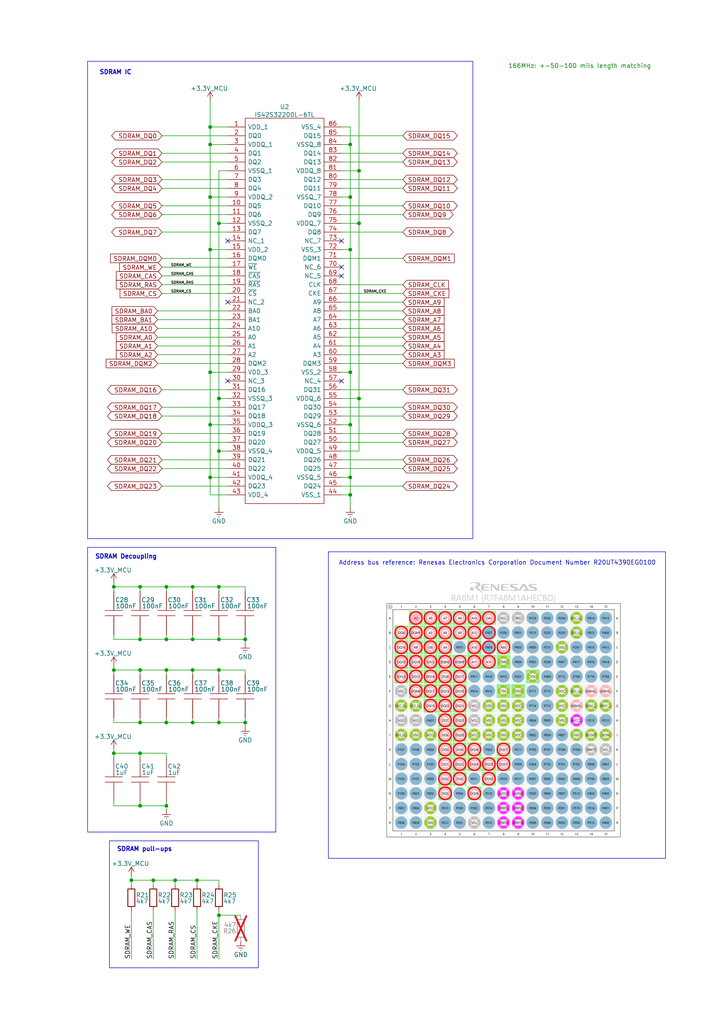
<source format=kicad_sch>
(kicad_sch (version 20231120) (generator "eeschema") (generator_version "8.0")
  (paper "A4" portrait)
  (lib_symbols
    (symbol "Device:R" (pin_numbers hide) (pin_names (offset 0))
      (property "Reference" "R" (at 2.032 0 90))
      (property "Value" "R" (at 0 0 90))
      (symbol "R_0_1"
        (rectangle (start -1.016 -2.54) (end 1.016 2.54) (stroke (width 0.254)))
      )
      (symbol "R_1_1"
        (pin passive line (at 0 3.81 270) (length 1.27) (name "~") (number "1"))
        (pin passive line (at 0 -3.81 90) (length 1.27) (name "~") (number "2"))
      )
    )
    (symbol "RA8M1:885012205092" (pin_numbers hide) (pin_names (offset 0.762))
      (property "Reference" "C" (at 8.89 6.35 0))
      (property "Value" "885012205092" (at 8.89 3.81 0))
      (symbol "885012205092_0_0"
        (pin passive line (at 0 0 0) (length 5.08) (name "~") (number "1"))
        (pin passive line (at 12.7 0 180) (length 5.08) (name "~") (number "2"))
      )
      (symbol "885012205092_0_1"
        (polyline (pts (xy 5.08 0) (xy 5.588 0)) (stroke (width 0.1524)))
        (polyline (pts (xy 5.588 2.54) (xy 5.588 -2.54)) (stroke (width 0.1524)))
        (polyline (pts (xy 7.112 0) (xy 7.62 0)) (stroke (width 0.1524)))
        (polyline (pts (xy 7.112 2.54) (xy 7.112 -2.54)) (stroke (width 0.1524)))
      )
    )
    (symbol "RA8M1:IS42S32200L-6TL" (pin_names (offset 0.762))
      (property "Reference" "IC" (at 29.21 7.62 0))
      (property "Value" "IS42S32200L-6TL" (at 29.21 5.08 0))
      (symbol "IS42S32200L-6TL_0_0"
        (pin passive line (at 0 0 0) (length 5.08) (name "VDD_1") (number "1"))
        (pin passive line (at 0 -22.86 0) (length 5.08) (name "DQ5") (number "10"))
        (pin passive line (at 0 -25.4 0) (length 5.08) (name "DQ6") (number "11"))
        (pin passive line (at 0 -27.94 0) (length 5.08) (name "VSSQ_2") (number "12"))
        (pin passive line (at 0 -30.48 0) (length 5.08) (name "DQ7") (number "13"))
        (pin passive line (at 0 -33.02 0) (length 5.08) (name "NC_1") (number "14"))
        (pin passive line (at 0 -35.56 0) (length 5.08) (name "VDD_2") (number "15"))
        (pin passive line (at 0 -38.1 0) (length 5.08) (name "DQM0") (number "16"))
        (pin passive line (at 0 -40.64 0) (length 5.08) (name "~{WE}") (number "17"))
        (pin passive line (at 0 -43.18 0) (length 5.08) (name "~{CAS}") (number "18"))
        (pin passive line (at 0 -45.72 0) (length 5.08) (name "~{RAS}") (number "19"))
        (pin passive line (at 0 -2.54 0) (length 5.08) (name "DQ0") (number "2"))
        (pin passive line (at 0 -48.26 0) (length 5.08) (name "~{CS}") (number "20"))
        (pin passive line (at 0 -50.8 0) (length 5.08) (name "NC_2") (number "21"))
        (pin passive line (at 0 -53.34 0) (length 5.08) (name "BA0") (number "22"))
        (pin passive line (at 0 -55.88 0) (length 5.08) (name "BA1") (number "23"))
        (pin passive line (at 0 -58.42 0) (length 5.08) (name "A10") (number "24"))
        (pin passive line (at 0 -60.96 0) (length 5.08) (name "A0") (number "25"))
        (pin passive line (at 0 -63.5 0) (length 5.08) (name "A1") (number "26"))
        (pin passive line (at 0 -66.04 0) (length 5.08) (name "A2") (number "27"))
        (pin passive line (at 0 -68.58 0) (length 5.08) (name "DQM2") (number "28"))
        (pin passive line (at 0 -71.12 0) (length 5.08) (name "VDD_3") (number "29"))
        (pin passive line (at 0 -5.08 0) (length 5.08) (name "VDDQ_1") (number "3"))
        (pin passive line (at 0 -73.66 0) (length 5.08) (name "NC_3") (number "30"))
        (pin passive line (at 0 -76.2 0) (length 5.08) (name "DQ16") (number "31"))
        (pin passive line (at 0 -78.74 0) (length 5.08) (name "VSSQ_3") (number "32"))
        (pin passive line (at 0 -81.28 0) (length 5.08) (name "DQ17") (number "33"))
        (pin passive line (at 0 -83.82 0) (length 5.08) (name "DQ18") (number "34"))
        (pin passive line (at 0 -86.36 0) (length 5.08) (name "VDDQ_3") (number "35"))
        (pin passive line (at 0 -88.9 0) (length 5.08) (name "DQ19") (number "36"))
        (pin passive line (at 0 -91.44 0) (length 5.08) (name "DQ20") (number "37"))
        (pin passive line (at 0 -93.98 0) (length 5.08) (name "VSSQ_4") (number "38"))
        (pin passive line (at 0 -96.52 0) (length 5.08) (name "DQ21") (number "39"))
        (pin passive line (at 0 -7.62 0) (length 5.08) (name "DQ1") (number "4"))
        (pin passive line (at 0 -99.06 0) (length 5.08) (name "DQ22") (number "40"))
        (pin passive line (at 0 -101.6 0) (length 5.08) (name "VDDQ_4") (number "41"))
        (pin passive line (at 0 -104.14 0) (length 5.08) (name "DQ23") (number "42"))
        (pin passive line (at 0 -106.68 0) (length 5.08) (name "VDD_4") (number "43"))
        (pin passive line (at 33.02 -106.68 180) (length 5.08) (name "VSS_1") (number "44"))
        (pin passive line (at 33.02 -104.14 180) (length 5.08) (name "DQ24") (number "45"))
        (pin passive line (at 33.02 -101.6 180) (length 5.08) (name "VSSQ_5") (number "46"))
        (pin passive line (at 33.02 -99.06 180) (length 5.08) (name "DQ25") (number "47"))
        (pin passive line (at 33.02 -96.52 180) (length 5.08) (name "DQ26") (number "48"))
        (pin passive line (at 33.02 -93.98 180) (length 5.08) (name "VDDQ_5") (number "49"))
        (pin passive line (at 0 -10.16 0) (length 5.08) (name "DQ2") (number "5"))
        (pin passive line (at 33.02 -91.44 180) (length 5.08) (name "DQ27") (number "50"))
        (pin passive line (at 33.02 -88.9 180) (length 5.08) (name "DQ28") (number "51"))
        (pin passive line (at 33.02 -86.36 180) (length 5.08) (name "VSSQ_6") (number "52"))
        (pin passive line (at 33.02 -83.82 180) (length 5.08) (name "DQ29") (number "53"))
        (pin passive line (at 33.02 -81.28 180) (length 5.08) (name "DQ30") (number "54"))
        (pin passive line (at 33.02 -78.74 180) (length 5.08) (name "VDDQ_6") (number "55"))
        (pin passive line (at 33.02 -76.2 180) (length 5.08) (name "DQ31") (number "56"))
        (pin passive line (at 33.02 -73.66 180) (length 5.08) (name "NC_4") (number "57"))
        (pin passive line (at 33.02 -71.12 180) (length 5.08) (name "VSS_2") (number "58"))
        (pin passive line (at 33.02 -68.58 180) (length 5.08) (name "DQM3") (number "59"))
        (pin passive line (at 0 -12.7 0) (length 5.08) (name "VSSQ_1") (number "6"))
        (pin passive line (at 33.02 -66.04 180) (length 5.08) (name "A3") (number "60"))
        (pin passive line (at 33.02 -63.5 180) (length 5.08) (name "A4") (number "61"))
        (pin passive line (at 33.02 -60.96 180) (length 5.08) (name "A5") (number "62"))
        (pin passive line (at 33.02 -58.42 180) (length 5.08) (name "A6") (number "63"))
        (pin passive line (at 33.02 -55.88 180) (length 5.08) (name "A7") (number "64"))
        (pin passive line (at 33.02 -53.34 180) (length 5.08) (name "A8") (number "65"))
        (pin passive line (at 33.02 -50.8 180) (length 5.08) (name "A9") (number "66"))
        (pin passive line (at 33.02 -48.26 180) (length 5.08) (name "CKE") (number "67"))
        (pin passive line (at 33.02 -45.72 180) (length 5.08) (name "CLK") (number "68"))
        (pin passive line (at 33.02 -43.18 180) (length 5.08) (name "NC_5") (number "69"))
        (pin passive line (at 0 -15.24 0) (length 5.08) (name "DQ3") (number "7"))
        (pin passive line (at 33.02 -40.64 180) (length 5.08) (name "NC_6") (number "70"))
        (pin passive line (at 33.02 -38.1 180) (length 5.08) (name "DQM1") (number "71"))
        (pin passive line (at 33.02 -35.56 180) (length 5.08) (name "VSS_3") (number "72"))
        (pin passive line (at 33.02 -33.02 180) (length 5.08) (name "NC_7") (number "73"))
        (pin passive line (at 33.02 -30.48 180) (length 5.08) (name "DQ8") (number "74"))
        (pin passive line (at 33.02 -27.94 180) (length 5.08) (name "VDDQ_7") (number "75"))
        (pin passive line (at 33.02 -25.4 180) (length 5.08) (name "DQ9") (number "76"))
        (pin passive line (at 33.02 -22.86 180) (length 5.08) (name "DQ10") (number "77"))
        (pin passive line (at 33.02 -20.32 180) (length 5.08) (name "VSSQ_7") (number "78"))
        (pin passive line (at 33.02 -17.78 180) (length 5.08) (name "DQ11") (number "79"))
        (pin passive line (at 0 -17.78 0) (length 5.08) (name "DQ4") (number "8"))
        (pin passive line (at 33.02 -15.24 180) (length 5.08) (name "DQ12") (number "80"))
        (pin passive line (at 33.02 -12.7 180) (length 5.08) (name "VDDQ_8") (number "81"))
        (pin passive line (at 33.02 -10.16 180) (length 5.08) (name "DQ13") (number "82"))
        (pin passive line (at 33.02 -7.62 180) (length 5.08) (name "DQ14") (number "83"))
        (pin passive line (at 33.02 -5.08 180) (length 5.08) (name "VSSQ_8") (number "84"))
        (pin passive line (at 33.02 -2.54 180) (length 5.08) (name "DQ15") (number "85"))
        (pin passive line (at 33.02 0 180) (length 5.08) (name "VSS_4") (number "86"))
        (pin passive line (at 0 -20.32 0) (length 5.08) (name "VDDQ_2") (number "9"))
      )
      (symbol "IS42S32200L-6TL_0_1"
        (polyline (pts (xy 5.08 2.54) (xy 27.94 2.54) (xy 27.94 -109.22) (xy 5.08 -109.22) (xy 5.08 2.54)) (stroke (width 0.1524)))
      )
    )
    (symbol "power:+3.3V" (power) (pin_numbers hide) (pin_names (offset 0) hide)
      (property "Value" "+3.3V" (at 0 3.556 0))
      (symbol "+3.3V_0_1"
        (polyline (pts (xy -0.762 1.27) (xy 0 2.54)))
        (polyline (pts (xy 0 0) (xy 0 2.54)))
        (polyline (pts (xy 0 2.54) (xy 0.762 1.27)))
      )
      (symbol "+3.3V_1_1"
        (pin power_in line (at 0 0 90) (length 0) (name "~") (number "1"))
      )
    )
    (symbol "power:Earth" (power) (pin_numbers hide) (pin_names (offset 0) hide)
      (property "Value" "Earth" (at 0 -3.81 0))
      (symbol "Earth_0_1"
        (polyline (pts (xy -0.635 -1.905) (xy 0.635 -1.905)))
        (polyline (pts (xy -0.127 -2.54) (xy 0.127 -2.54)))
        (polyline (pts (xy 0 -1.27) (xy 0 0)))
        (polyline (pts (xy 1.27 -1.27) (xy -1.27 -1.27)))
      )
      (symbol "Earth_1_1"
        (pin power_in line (at 0 0 270) (length 0) (name "~") (number "1"))
      )
    )
  )
  (junction (at 40.64 209.55))
  (junction (at 101.6 41.91))
  (junction (at 60.96 41.91))
  (junction (at 104.14 115.57))
  (junction (at 71.12 209.55))
  (junction (at 60.96 123.19))
  (junction (at 101.6 72.39))
  (junction (at 104.14 49.53))
  (junction (at 63.5 209.55))
  (junction (at 101.6 57.15))
  (junction (at 104.14 64.77))
  (junction (at 40.64 170.18))
  (junction (at 60.96 57.15))
  (junction (at 48.26 185.42))
  (junction (at 38.1 255.27))
  (junction (at 55.88 170.18))
  (junction (at 33.02 170.18))
  (junction (at 33.02 218.44))
  (junction (at 101.6 138.43))
  (junction (at 101.6 123.19))
  (junction (at 48.26 209.55))
  (junction (at 44.45 255.27))
  (junction (at 63.5 64.77))
  (junction (at 63.5 115.57))
  (junction (at 40.64 218.44))
  (junction (at 60.96 36.83))
  (junction (at 60.96 107.95))
  (junction (at 60.96 138.43))
  (junction (at 63.5 185.42))
  (junction (at 48.26 233.68))
  (junction (at 57.15 255.27))
  (junction (at 101.6 143.51))
  (junction (at 33.02 194.31))
  (junction (at 48.26 170.18))
  (junction (at 55.88 194.31))
  (junction (at 55.88 209.55))
  (junction (at 101.6 107.95))
  (junction (at 63.5 194.31))
  (junction (at 55.88 185.42))
  (junction (at 71.12 185.42))
  (junction (at 63.5 170.18))
  (junction (at 40.64 185.42))
  (junction (at 63.5 130.81))
  (junction (at 63.5 265.43))
  (junction (at 40.64 233.68))
  (junction (at 50.8 255.27))
  (junction (at 40.64 194.31))
  (junction (at 60.96 72.39))
  (junction (at 48.26 194.31))
  (no_connect (at 99.06 77.47))
  (no_connect (at 99.06 110.49))
  (no_connect (at 66.04 69.85))
  (no_connect (at 66.04 87.63))
  (no_connect (at 99.06 80.01))
  (no_connect (at 99.06 69.85))
  (no_connect (at 66.04 110.49))
  (wire (pts (xy 55.88 194.31) (xy 55.88 195.58)))
  (wire (pts (xy 40.64 194.31) (xy 48.26 194.31)))
  (wire (pts (xy 99.06 105.41) (xy 116.84 105.41)))
  (wire (pts (xy 46.99 133.35) (xy 66.04 133.35)))
  (wire (pts (xy 101.6 143.51) (xy 101.6 147.32)))
  (wire (pts (xy 99.06 113.03) (xy 116.84 113.03)))
  (wire (pts (xy 55.88 184.15) (xy 55.88 185.42)))
  (wire (pts (xy 45.72 100.33) (xy 66.04 100.33)))
  (wire (pts (xy 40.64 233.68) (xy 33.02 233.68)))
  (wire (pts (xy 60.96 123.19) (xy 60.96 138.43)))
  (wire (pts (xy 33.02 195.58) (xy 33.02 194.31)))
  (wire (pts (xy 99.06 59.69) (xy 116.84 59.69)))
  (wire (pts (xy 46.99 128.27) (xy 66.04 128.27)))
  (wire (pts (xy 38.1 254) (xy 38.1 255.27)))
  (wire (pts (xy 63.5 194.31) (xy 63.5 195.58)))
  (wire (pts (xy 63.5 130.81) (xy 63.5 115.57)))
  (wire (pts (xy 45.72 97.79) (xy 66.04 97.79)))
  (wire (pts (xy 104.14 49.53) (xy 104.14 64.77)))
  (wire (pts (xy 46.99 85.09) (xy 66.04 85.09)))
  (wire (pts (xy 60.96 41.91) (xy 66.04 41.91)))
  (wire (pts (xy 46.99 120.65) (xy 66.04 120.65)))
  (wire (pts (xy 44.45 255.27) (xy 50.8 255.27)))
  (wire (pts (xy 40.64 209.55) (xy 48.26 209.55)))
  (wire (pts (xy 33.02 168.91) (xy 33.02 170.18)))
  (wire (pts (xy 63.5 130.81) (xy 63.5 147.32)))
  (wire (pts (xy 57.15 255.27) (xy 63.5 255.27)))
  (wire (pts (xy 66.04 49.53) (xy 63.5 49.53)))
  (wire (pts (xy 55.88 209.55) (xy 63.5 209.55)))
  (wire (pts (xy 46.99 62.23) (xy 66.04 62.23)))
  (wire (pts (xy 71.12 194.31) (xy 71.12 195.58)))
  (wire (pts (xy 101.6 36.83) (xy 101.6 41.91)))
  (wire (pts (xy 55.88 170.18) (xy 55.88 171.45)))
  (wire (pts (xy 60.96 123.19) (xy 66.04 123.19)))
  (wire (pts (xy 45.72 102.87) (xy 66.04 102.87)))
  (wire (pts (xy 63.5 255.27) (xy 63.5 256.54)))
  (wire (pts (xy 99.06 140.97) (xy 116.84 140.97)))
  (wire (pts (xy 104.14 64.77) (xy 104.14 115.57)))
  (wire (pts (xy 57.15 255.27) (xy 57.15 256.54)))
  (wire (pts (xy 48.26 194.31) (xy 48.26 195.58)))
  (wire (pts (xy 55.88 194.31) (xy 63.5 194.31)))
  (wire (pts (xy 99.06 102.87) (xy 116.84 102.87)))
  (wire (pts (xy 33.02 232.41) (xy 33.02 233.68)))
  (wire (pts (xy 66.04 36.83) (xy 60.96 36.83)))
  (wire (pts (xy 33.02 194.31) (xy 40.64 194.31)))
  (wire (pts (xy 46.99 52.07) (xy 66.04 52.07)))
  (wire (pts (xy 99.06 82.55) (xy 116.84 82.55)))
  (wire (pts (xy 40.64 218.44) (xy 40.64 219.71)))
  (wire (pts (xy 46.99 39.37) (xy 66.04 39.37)))
  (wire (pts (xy 44.45 278.13) (xy 44.45 264.16)))
  (wire (pts (xy 99.06 44.45) (xy 116.84 44.45)))
  (wire (pts (xy 38.1 264.16) (xy 38.1 278.13)))
  (wire (pts (xy 63.5 170.18) (xy 63.5 171.45)))
  (wire (pts (xy 63.5 170.18) (xy 71.12 170.18)))
  (wire (pts (xy 99.06 95.25) (xy 116.84 95.25)))
  (wire (pts (xy 63.5 115.57) (xy 63.5 64.77)))
  (wire (pts (xy 48.26 208.28) (xy 48.26 209.55)))
  (wire (pts (xy 48.26 233.68) (xy 40.64 233.68)))
  (wire (pts (xy 101.6 123.19) (xy 101.6 138.43)))
  (wire (pts (xy 99.06 85.09) (xy 116.84 85.09)))
  (wire (pts (xy 66.04 130.81) (xy 63.5 130.81)))
  (wire (pts (xy 99.06 54.61) (xy 116.84 54.61)))
  (wire (pts (xy 48.26 218.44) (xy 48.26 219.71)))
  (wire (pts (xy 55.88 170.18) (xy 63.5 170.18)))
  (wire (pts (xy 33.02 218.44) (xy 33.02 219.71)))
  (wire (pts (xy 101.6 72.39) (xy 101.6 107.95)))
  (wire (pts (xy 33.02 170.18) (xy 40.64 170.18)))
  (wire (pts (xy 104.14 115.57) (xy 99.06 115.57)))
  (wire (pts (xy 99.06 135.89) (xy 116.84 135.89)))
  (wire (pts (xy 63.5 49.53) (xy 63.5 64.77)))
  (wire (pts (xy 60.96 138.43) (xy 60.96 143.51)))
  (wire (pts (xy 99.06 57.15) (xy 101.6 57.15)))
  (wire (pts (xy 104.14 64.77) (xy 99.06 64.77)))
  (wire (pts (xy 99.06 130.81) (xy 104.14 130.81)))
  (wire (pts (xy 50.8 255.27) (xy 50.8 256.54)))
  (wire (pts (xy 48.26 184.15) (xy 48.26 185.42)))
  (wire (pts (xy 60.96 72.39) (xy 60.96 107.95)))
  (wire (pts (xy 99.06 87.63) (xy 116.84 87.63)))
  (wire (pts (xy 33.02 208.28) (xy 33.02 209.55)))
  (wire (pts (xy 44.45 255.27) (xy 44.45 256.54)))
  (wire (pts (xy 71.12 208.28) (xy 71.12 209.55)))
  (wire (pts (xy 60.96 107.95) (xy 66.04 107.95)))
  (wire (pts (xy 63.5 208.28) (xy 63.5 209.55)))
  (wire (pts (xy 99.06 120.65) (xy 116.84 120.65)))
  (wire (pts (xy 99.06 36.83) (xy 101.6 36.83)))
  (wire (pts (xy 48.26 170.18) (xy 48.26 171.45)))
  (wire (pts (xy 55.88 185.42) (xy 63.5 185.42)))
  (wire (pts (xy 99.06 41.91) (xy 101.6 41.91)))
  (wire (pts (xy 101.6 107.95) (xy 101.6 123.19)))
  (wire (pts (xy 33.02 209.55) (xy 40.64 209.55)))
  (wire (pts (xy 45.72 95.25) (xy 66.04 95.25)))
  (wire (pts (xy 99.06 92.71) (xy 116.84 92.71)))
  (wire (pts (xy 60.96 72.39) (xy 66.04 72.39)))
  (wire (pts (xy 48.26 209.55) (xy 55.88 209.55)))
  (wire (pts (xy 40.64 232.41) (xy 40.64 233.68)))
  (wire (pts (xy 99.06 118.11) (xy 116.84 118.11)))
  (wire (pts (xy 50.8 255.27) (xy 57.15 255.27)))
  (wire (pts (xy 63.5 184.15) (xy 63.5 185.42)))
  (wire (pts (xy 50.8 278.13) (xy 50.8 264.16)))
  (wire (pts (xy 63.5 264.16) (xy 63.5 265.43)))
  (wire (pts (xy 33.02 185.42) (xy 40.64 185.42)))
  (wire (pts (xy 104.14 29.21) (xy 104.14 49.53)))
  (wire (pts (xy 45.72 92.71) (xy 66.04 92.71)))
  (wire (pts (xy 46.99 59.69) (xy 66.04 59.69)))
  (wire (pts (xy 99.06 123.19) (xy 101.6 123.19)))
  (wire (pts (xy 63.5 194.31) (xy 71.12 194.31)))
  (wire (pts (xy 71.12 184.15) (xy 71.12 185.42)))
  (wire (pts (xy 48.26 194.31) (xy 55.88 194.31)))
  (wire (pts (xy 46.99 80.01) (xy 66.04 80.01)))
  (wire (pts (xy 101.6 138.43) (xy 101.6 143.51)))
  (wire (pts (xy 33.02 218.44) (xy 40.64 218.44)))
  (wire (pts (xy 99.06 74.93) (xy 116.84 74.93)))
  (wire (pts (xy 99.06 52.07) (xy 116.84 52.07)))
  (wire (pts (xy 46.99 135.89) (xy 66.04 135.89)))
  (wire (pts (xy 60.96 57.15) (xy 60.96 72.39)))
  (wire (pts (xy 33.02 217.17) (xy 33.02 218.44)))
  (wire (pts (xy 60.96 36.83) (xy 60.96 41.91)))
  (wire (pts (xy 48.26 232.41) (xy 48.26 233.68)))
  (wire (pts (xy 46.99 46.99) (xy 66.04 46.99)))
  (wire (pts (xy 63.5 115.57) (xy 66.04 115.57)))
  (wire (pts (xy 101.6 41.91) (xy 101.6 57.15)))
  (wire (pts (xy 99.06 133.35) (xy 116.84 133.35)))
  (wire (pts (xy 46.99 82.55) (xy 66.04 82.55)))
  (wire (pts (xy 99.06 39.37) (xy 116.84 39.37)))
  (wire (pts (xy 60.96 143.51) (xy 66.04 143.51)))
  (wire (pts (xy 63.5 265.43) (xy 63.5 278.13)))
  (wire (pts (xy 63.5 209.55) (xy 71.12 209.55)))
  (wire (pts (xy 99.06 128.27) (xy 116.84 128.27)))
  (wire (pts (xy 46.99 77.47) (xy 66.04 77.47)))
  (wire (pts (xy 46.99 113.03) (xy 66.04 113.03)))
  (wire (pts (xy 99.06 67.31) (xy 116.84 67.31)))
  (wire (pts (xy 46.99 44.45) (xy 66.04 44.45)))
  (wire (pts (xy 101.6 143.51) (xy 99.06 143.51)))
  (wire (pts (xy 60.96 29.21) (xy 60.96 36.83)))
  (wire (pts (xy 40.64 184.15) (xy 40.64 185.42)))
  (wire (pts (xy 33.02 184.15) (xy 33.02 185.42)))
  (wire (pts (xy 104.14 130.81) (xy 104.14 115.57)))
  (wire (pts (xy 40.64 194.31) (xy 40.64 195.58)))
  (wire (pts (xy 60.96 57.15) (xy 66.04 57.15)))
  (wire (pts (xy 40.64 170.18) (xy 48.26 170.18)))
  (wire (pts (xy 46.99 54.61) (xy 66.04 54.61)))
  (wire (pts (xy 48.26 170.18) (xy 55.88 170.18)))
  (wire (pts (xy 99.06 97.79) (xy 116.84 97.79)))
  (wire (pts (xy 99.06 49.53) (xy 104.14 49.53)))
  (wire (pts (xy 33.02 193.04) (xy 33.02 194.31)))
  (wire (pts (xy 46.99 74.93) (xy 66.04 74.93)))
  (wire (pts (xy 99.06 72.39) (xy 101.6 72.39)))
  (wire (pts (xy 71.12 170.18) (xy 71.12 171.45)))
  (wire (pts (xy 71.12 185.42) (xy 71.12 186.69)))
  (wire (pts (xy 99.06 62.23) (xy 116.84 62.23)))
  (wire (pts (xy 99.06 46.99) (xy 116.84 46.99)))
  (wire (pts (xy 48.26 185.42) (xy 55.88 185.42)))
  (wire (pts (xy 60.96 107.95) (xy 60.96 123.19)))
  (wire (pts (xy 38.1 255.27) (xy 44.45 255.27)))
  (wire (pts (xy 57.15 278.13) (xy 57.15 264.16)))
  (wire (pts (xy 63.5 185.42) (xy 71.12 185.42)))
  (wire (pts (xy 101.6 57.15) (xy 101.6 72.39)))
  (wire (pts (xy 45.72 90.17) (xy 66.04 90.17)))
  (wire (pts (xy 99.06 107.95) (xy 101.6 107.95)))
  (wire (pts (xy 99.06 125.73) (xy 116.84 125.73)))
  (wire (pts (xy 71.12 209.55) (xy 71.12 210.82)))
  (wire (pts (xy 99.06 138.43) (xy 101.6 138.43)))
  (wire (pts (xy 63.5 265.43) (xy 69.85 265.43)))
  (wire (pts (xy 40.64 208.28) (xy 40.64 209.55)))
  (wire (pts (xy 60.96 138.43) (xy 66.04 138.43)))
  (wire (pts (xy 63.5 64.77) (xy 66.04 64.77)))
  (wire (pts (xy 46.99 140.97) (xy 66.04 140.97)))
  (wire (pts (xy 48.26 233.68) (xy 48.26 234.95)))
  (wire (pts (xy 46.99 125.73) (xy 66.04 125.73)))
  (wire (pts (xy 46.99 118.11) (xy 66.04 118.11)))
  (wire (pts (xy 60.96 41.91) (xy 60.96 57.15)))
  (wire (pts (xy 99.06 100.33) (xy 116.84 100.33)))
  (wire (pts (xy 45.72 105.41) (xy 66.04 105.41)))
  (wire (pts (xy 40.64 170.18) (xy 40.64 171.45)))
  (wire (pts (xy 99.06 90.17) (xy 116.84 90.17)))
  (wire (pts (xy 55.88 208.28) (xy 55.88 209.55)))
  (wire (pts (xy 33.02 171.45) (xy 33.02 170.18)))
  (wire (pts (xy 40.64 218.44) (xy 48.26 218.44)))
  (wire (pts (xy 38.1 256.54) (xy 38.1 255.27)))
  (wire (pts (xy 40.64 185.42) (xy 48.26 185.42)))
  (wire (pts (xy 46.99 67.31) (xy 66.04 67.31)))
  (rectangle (start 25.4 158.75) (end 80.01 241.3))
  (rectangle (start 25.4 17.78) (end 137.16 156.21))
  (rectangle (start 95.25 160.02) (end 193.04 248.92))
  (rectangle (start 31.75 243.84) (end 74.93 280.67))
  (image (at 146.05 205.74) (scale 0.878057))
  (text "SDRAM pull-ups" (at 41.91 246.38 0) (effects (font (size 1.27 1.27) (thickness 0.254) (bold yes))))
  (text "SDRAM Decoupling" (at 36.576 161.544 0) (effects (font (size 1.27 1.27) (thickness 0.254) (bold yes))))
  (text "SDRAM IC" (at 33.528 21.082 0) (effects (font (size 1.27 1.27) (thickness 0.254) (bold yes))))
  (text "Address bus reference: Renesas Electronics Corporation Document Number R20UT4390EG0100" (at 144.272 163.322 0) (effects (font (size 1.27 1.27))))
  (text "166MHz: +-50-100 mils length matching" (at 168.148 19.304 0) (effects (font (size 1.27 1.27))))
  (label "SDRAM_RAS" (at 50.8 278.13 90))
  (label "SDRAM_WE" (at 49.53 77.47 0) (effects (font (size 0.762 0.762))))
  (label "SDRAM_CKE" (at 63.5 278.13 90))
  (label "SDRAM_CS" (at 57.15 278.13 90))
  (label "SDRAM_CKE" (at 105.41 85.09 0) (effects (font (size 0.762 0.762))))
  (label "SDRAM_CAS" (at 44.45 278.13 90))
  (label "SDRAM_WE" (at 38.1 278.13 90))
  (label "SDRAM_CS" (at 49.53 85.09 0) (effects (font (size 0.762 0.762))))
  (label "SDRAM_RAS" (at 49.53 82.55 0) (effects (font (size 0.762 0.762))))
  (label "SDRAM_CAS" (at 49.53 80.01 0) (effects (font (size 0.762 0.762))))
  (global_label "SDRAM_DQ0" (shape bidirectional) (at 46.99 39.37 180) (property "Intersheetrefs" "${INTERSHEET_REFS}" (effects (hide yes))))
  (global_label "SDRAM_DQ21" (shape bidirectional) (at 46.99 133.35 180) (property "Intersheetrefs" "${INTERSHEET_REFS}" (effects (hide yes))))
  (global_label "SDRAM_DQ10" (shape bidirectional) (at 116.84 59.69 0) (property "Intersheetrefs" "${INTERSHEET_REFS}" (effects (hide yes))))
  (global_label "SDRAM_DQ25" (shape bidirectional) (at 116.84 135.89 0) (property "Intersheetrefs" "${INTERSHEET_REFS}" (effects (hide yes))))
  (global_label "SDRAM_DQ23" (shape bidirectional) (at 46.99 140.97 180) (property "Intersheetrefs" "${INTERSHEET_REFS}" (effects (hide yes))))
  (global_label "SDRAM_A10" (shape input) (at 45.72 95.25 180) (property "Intersheetrefs" "${INTERSHEET_REFS}" (effects (hide yes))))
  (global_label "SDRAM_A2" (shape input) (at 45.72 102.87 180) (property "Intersheetrefs" "${INTERSHEET_REFS}" (effects (hide yes))))
  (global_label "SDRAM_DQM0" (shape input) (at 46.99 74.93 180) (property "Intersheetrefs" "${INTERSHEET_REFS}" (effects (hide yes))))
  (global_label "SDRAM_DQM3" (shape input) (at 116.84 105.41 0) (property "Intersheetrefs" "${INTERSHEET_REFS}" (effects (hide yes))))
  (global_label "SDRAM_DQ20" (shape bidirectional) (at 46.99 128.27 180) (property "Intersheetrefs" "${INTERSHEET_REFS}" (effects (hide yes))))
  (global_label "SDRAM_DQ27" (shape bidirectional) (at 116.84 128.27 0) (property "Intersheetrefs" "${INTERSHEET_REFS}" (effects (hide yes))))
  (global_label "SDRAM_DQ19" (shape bidirectional) (at 46.99 125.73 180) (property "Intersheetrefs" "${INTERSHEET_REFS}" (effects (hide yes))))
  (global_label "SDRAM_DQ30" (shape bidirectional) (at 116.84 118.11 0) (property "Intersheetrefs" "${INTERSHEET_REFS}" (effects (hide yes))))
  (global_label "SDRAM_DQ1" (shape bidirectional) (at 46.99 44.45 180) (property "Intersheetrefs" "${INTERSHEET_REFS}" (effects (hide yes))))
  (global_label "SDRAM_DQ8" (shape bidirectional) (at 116.84 67.31 0) (property "Intersheetrefs" "${INTERSHEET_REFS}" (effects (hide yes))))
  (global_label "SDRAM_DQ6" (shape bidirectional) (at 46.99 62.23 180) (property "Intersheetrefs" "${INTERSHEET_REFS}" (effects (hide yes))))
  (global_label "SDRAM_DQ22" (shape bidirectional) (at 46.99 135.89 180) (property "Intersheetrefs" "${INTERSHEET_REFS}" (effects (hide yes))))
  (global_label "SDRAM_DQM1" (shape input) (at 116.84 74.93 0) (property "Intersheetrefs" "${INTERSHEET_REFS}" (effects (hide yes))))
  (global_label "SDRAM_A7" (shape input) (at 116.84 92.71 0) (property "Intersheetrefs" "${INTERSHEET_REFS}" (effects (hide yes))))
  (global_label "SDRAM_DQ24" (shape bidirectional) (at 116.84 140.97 0) (property "Intersheetrefs" "${INTERSHEET_REFS}" (effects (hide yes))))
  (global_label "SDRAM_DQ16" (shape bidirectional) (at 46.99 113.03 180) (property "Intersheetrefs" "${INTERSHEET_REFS}" (effects (hide yes))))
  (global_label "SDRAM_CS" (shape input) (at 46.99 85.09 180) (property "Intersheetrefs" "${INTERSHEET_REFS}" (effects (hide yes))))
  (global_label "SDRAM_DQ14" (shape bidirectional) (at 116.84 44.45 0) (property "Intersheetrefs" "${INTERSHEET_REFS}" (effects (hide yes))))
  (global_label "SDRAM_A6" (shape input) (at 116.84 95.25 0) (property "Intersheetrefs" "${INTERSHEET_REFS}" (effects (hide yes))))
  (global_label "SDRAM_A9" (shape input) (at 116.84 87.63 0) (property "Intersheetrefs" "${INTERSHEET_REFS}" (effects (hide yes))))
  (global_label "SDRAM_WE" (shape input) (at 46.99 77.47 180) (property "Intersheetrefs" "${INTERSHEET_REFS}" (effects (hide yes))))
  (global_label "SDRAM_DQ28" (shape bidirectional) (at 116.84 125.73 0) (property "Intersheetrefs" "${INTERSHEET_REFS}" (effects (hide yes))))
  (global_label "SDRAM_BA0" (shape input) (at 45.72 90.17 180) (property "Intersheetrefs" "${INTERSHEET_REFS}" (effects (hide yes))))
  (global_label "SDRAM_DQ13" (shape bidirectional) (at 116.84 46.99 0) (property "Intersheetrefs" "${INTERSHEET_REFS}" (effects (hide yes))))
  (global_label "SDRAM_DQ12" (shape bidirectional) (at 116.84 52.07 0) (property "Intersheetrefs" "${INTERSHEET_REFS}" (effects (hide yes))))
  (global_label "SDRAM_DQ26" (shape bidirectional) (at 116.84 133.35 0) (property "Intersheetrefs" "${INTERSHEET_REFS}" (effects (hide yes))))
  (global_label "SDRAM_DQ17" (shape bidirectional) (at 46.99 118.11 180) (property "Intersheetrefs" "${INTERSHEET_REFS}" (effects (hide yes))))
  (global_label "SDRAM_DQ4" (shape bidirectional) (at 46.99 54.61 180) (property "Intersheetrefs" "${INTERSHEET_REFS}" (effects (hide yes))))
  (global_label "SDRAM_DQ7" (shape bidirectional) (at 46.99 67.31 180) (property "Intersheetrefs" "${INTERSHEET_REFS}" (effects (hide yes))))
  (global_label "SDRAM_CKE" (shape input) (at 116.84 85.09 0) (property "Intersheetrefs" "${INTERSHEET_REFS}" (effects (hide yes))))
  (global_label "SDRAM_DQ18" (shape bidirectional) (at 46.99 120.65 180) (property "Intersheetrefs" "${INTERSHEET_REFS}" (effects (hide yes))))
  (global_label "SDRAM_BA1" (shape input) (at 45.72 92.71 180) (property "Intersheetrefs" "${INTERSHEET_REFS}" (effects (hide yes))))
  (global_label "SDRAM_DQM2" (shape input) (at 45.72 105.41 180) (property "Intersheetrefs" "${INTERSHEET_REFS}" (effects (hide yes))))
  (global_label "SDRAM_A3" (shape input) (at 116.84 102.87 0) (property "Intersheetrefs" "${INTERSHEET_REFS}" (effects (hide yes))))
  (global_label "SDRAM_DQ2" (shape bidirectional) (at 46.99 46.99 180) (property "Intersheetrefs" "${INTERSHEET_REFS}" (effects (hide yes))))
  (global_label "SDRAM_RAS" (shape input) (at 46.99 82.55 180) (property "Intersheetrefs" "${INTERSHEET_REFS}" (effects (hide yes))))
  (global_label "SDRAM_DQ3" (shape bidirectional) (at 46.99 52.07 180) (property "Intersheetrefs" "${INTERSHEET_REFS}" (effects (hide yes))))
  (global_label "SDRAM_A5" (shape input) (at 116.84 97.79 0) (property "Intersheetrefs" "${INTERSHEET_REFS}" (effects (hide yes))))
  (global_label "SDRAM_DQ29" (shape bidirectional) (at 116.84 120.65 0) (property "Intersheetrefs" "${INTERSHEET_REFS}" (effects (hide yes))))
  (global_label "SDRAM_A8" (shape input) (at 116.84 90.17 0) (property "Intersheetrefs" "${INTERSHEET_REFS}" (effects (hide yes))))
  (global_label "SDRAM_A0" (shape input) (at 45.72 97.79 180) (property "Intersheetrefs" "${INTERSHEET_REFS}" (effects (hide yes))))
  (global_label "SDRAM_DQ31" (shape bidirectional) (at 116.84 113.03 0) (property "Intersheetrefs" "${INTERSHEET_REFS}" (effects (hide yes))))
  (global_label "SDRAM_DQ9" (shape bidirectional) (at 116.84 62.23 0) (property "Intersheetrefs" "${INTERSHEET_REFS}" (effects (hide yes))))
  (global_label "SDRAM_CAS" (shape input) (at 46.99 80.01 180) (property "Intersheetrefs" "${INTERSHEET_REFS}" (effects (hide yes))))
  (global_label "SDRAM_CLK" (shape input) (at 116.84 82.55 0) (property "Intersheetrefs" "${INTERSHEET_REFS}" (effects (hide yes))))
  (global_label "SDRAM_DQ15" (shape bidirectional) (at 116.84 39.37 0) (property "Intersheetrefs" "${INTERSHEET_REFS}" (effects (hide yes))))
  (global_label "SDRAM_DQ5" (shape bidirectional) (at 46.99 59.69 180) (property "Intersheetrefs" "${INTERSHEET_REFS}" (effects (hide yes))))
  (global_label "SDRAM_A4" (shape input) (at 116.84 100.33 0) (property "Intersheetrefs" "${INTERSHEET_REFS}" (effects (hide yes))))
  (global_label "SDRAM_A1" (shape input) (at 45.72 100.33 180) (property "Intersheetrefs" "${INTERSHEET_REFS}" (effects (hide yes))))
  (global_label "SDRAM_DQ11" (shape bidirectional) (at 116.84 54.61 0) (property "Intersheetrefs" "${INTERSHEET_REFS}" (effects (hide yes))))
  (symbol (lib_id "RA8M1:885012205092") (at 71.12 184.15 90) (unit 1)
    (property "Reference" "C33" (at 73.406 173.99 90))
    (property "Value" "100nF" (at 74.676 175.768 90))
    (property "Footprint" "Capacitor_SMD:C_0402_1005Metric" (effects (hide yes)))
    (property "Height" "0.7" (effects (hide yes)))
    (property "Manufacturer" "Wurth Elektronik" (effects (hide yes)))
    (property "MPN" "885012205092" (effects (hide yes)))
  )
  (symbol (lib_id "RA8M1:885012205092") (at 33.02 232.41 90) (unit 1)
    (property "Reference" "C40" (at 35.306 222.25 90))
    (property "Value" "1uF" (at 35.306 224.028 90))
    (property "Footprint" "Capacitor_SMD:C_0402_1005Metric" (effects (hide yes)))
    (property "Height" "0.7" (effects (hide yes)))
    (property "Manufacturer" "Wurth Elektronik" (effects (hide yes)))
    (property "MPN" "885012105006" (effects (hide yes)))
  )
  (symbol (lib_id "RA8M1:885012205092") (at 55.88 208.28 90) (unit 1)
    (property "Reference" "C37" (at 58.166 198.12 90))
    (property "Value" "100nF" (at 59.436 199.898 90))
    (property "Footprint" "Capacitor_SMD:C_0402_1005Metric" (effects (hide yes)))
    (property "Height" "0.7" (effects (hide yes)))
    (property "Manufacturer" "Wurth Elektronik" (effects (hide yes)))
    (property "MPN" "885012205092" (effects (hide yes)))
  )
  (symbol (lib_id "RA8M1:885012205092") (at 40.64 208.28 90) (unit 1)
    (property "Reference" "C35" (at 42.926 198.12 90))
    (property "Value" "100nF" (at 44.196 199.898 90))
    (property "Footprint" "Capacitor_SMD:C_0402_1005Metric" (effects (hide yes)))
    (property "Height" "0.7" (effects (hide yes)))
    (property "Manufacturer" "Wurth Elektronik" (effects (hide yes)))
    (property "MPN" "885012205092" (effects (hide yes)))
  )
  (symbol (lib_id "RA8M1:885012205092") (at 55.88 184.15 90) (unit 1)
    (property "Reference" "C31" (at 58.166 173.99 90))
    (property "Value" "100nF" (at 59.436 175.768 90))
    (property "Footprint" "Capacitor_SMD:C_0402_1005Metric" (effects (hide yes)))
    (property "Height" "0.7" (effects (hide yes)))
    (property "Manufacturer" "Wurth Elektronik" (effects (hide yes)))
    (property "MPN" "885012205092" (effects (hide yes)))
  )
  (symbol (lib_id "RA8M1:885012205092") (at 33.02 184.15 90) (unit 1)
    (property "Reference" "C28" (at 35.306 173.99 90))
    (property "Value" "100nF" (at 36.576 175.768 90))
    (property "Footprint" "Capacitor_SMD:C_0402_1005Metric" (effects (hide yes)))
    (property "Height" "0.7" (effects (hide yes)))
    (property "Manufacturer" "Wurth Elektronik" (effects (hide yes)))
    (property "MPN" "885012205092" (effects (hide yes)))
  )
  (symbol (lib_id "RA8M1:IS42S32200L-6TL") (at 66.04 36.83 0) (unit 1)
    (property "Reference" "U2" (at 82.55 30.988 0))
    (property "Value" "IS42S32200L-6TL" (at 82.55 33.274 0))
    (property "Footprint" "RA8M1:SOP50P1176X120-86N" (effects (hide yes)))
    (property "Datasheet" "https://www.issi.com/WW/pdf/42-45S32200L.pdf" (effects (hide yes)))
    (property "Description" "SDRAM Memory IC 64Mbit Parallel 166 MHz 5.4 ns 86-TSOP II" (effects (hide yes)))
    (property "Height" "1.2" (effects (hide yes)))
    (property "Manufacturer" "Integrated Silicon Solution Inc." (effects (hide yes)))
    (property "MPN" "IS42S32200L-6TL" (effects (hide yes)))
  )
  (symbol (lib_id "power:Earth") (at 69.85 273.05 0) (unit 1)
    (property "Reference" "#PWR060" (effects (hide yes)))
    (property "Value" "GND" (at 69.85 276.86 0))
    (property "Description" "Power symbol creates a global label with name \"Earth\"" (effects (hide yes)))
  )
  (symbol (lib_id "power:Earth") (at 63.5 147.32 0) (unit 1)
    (property "Reference" "#PWR051" (effects (hide yes)))
    (property "Value" "GND" (at 63.5 151.13 0))
    (property "Description" "Power symbol creates a global label with name \"Earth\"" (effects (hide yes)))
  )
  (symbol (lib_id "RA8M1:885012205092") (at 63.5 184.15 90) (unit 1)
    (property "Reference" "C32" (at 65.786 173.99 90))
    (property "Value" "100nF" (at 67.056 175.768 90))
    (property "Footprint" "Capacitor_SMD:C_0402_1005Metric" (effects (hide yes)))
    (property "Height" "0.7" (effects (hide yes)))
    (property "Manufacturer" "Wurth Elektronik" (effects (hide yes)))
    (property "MPN" "885012205092" (effects (hide yes)))
  )
  (symbol (lib_id "RA8M1:885012205092") (at 48.26 208.28 90) (unit 1)
    (property "Reference" "C36" (at 50.546 198.12 90))
    (property "Value" "100nF" (at 51.816 199.898 90))
    (property "Footprint" "Capacitor_SMD:C_0402_1005Metric" (effects (hide yes)))
    (property "Height" "0.7" (effects (hide yes)))
    (property "Manufacturer" "Wurth Elektronik" (effects (hide yes)))
    (property "MPN" "885012205092" (effects (hide yes)))
  )
  (symbol (lib_id "power:Earth") (at 71.12 210.82 0) (unit 1)
    (property "Reference" "#PWR056" (effects (hide yes)))
    (property "Value" "GND" (at 71.12 214.63 0))
    (property "Description" "Power symbol creates a global label with name \"Earth\"" (effects (hide yes)))
  )
  (symbol (lib_id "power:Earth") (at 101.6 147.32 0) (unit 1)
    (property "Reference" "#PWR052" (effects (hide yes)))
    (property "Value" "GND" (at 101.6 151.13 0))
    (property "Description" "Power symbol creates a global label with name \"Earth\"" (effects (hide yes)))
  )
  (symbol (lib_id "RA8M1:885012205092") (at 33.02 208.28 90) (unit 1)
    (property "Reference" "C34" (at 35.306 198.12 90))
    (property "Value" "100nF" (at 36.576 199.898 90))
    (property "Footprint" "Capacitor_SMD:C_0402_1005Metric" (effects (hide yes)))
    (property "Height" "0.7" (effects (hide yes)))
    (property "Manufacturer" "Wurth Elektronik" (effects (hide yes)))
    (property "MPN" "885012205092" (effects (hide yes)))
  )
  (symbol (lib_id "power:+3.3V") (at 33.02 217.17 0) (unit 1)
    (property "Reference" "#PWR057" (effects (hide yes)))
    (property "Value" "+3.3V_MCU" (at 32.766 213.614 0))
    (property "Description" "Power symbol creates a global label with name \"+3.3V\"" (effects (hide yes)))
  )
  (symbol (lib_id "Device:R") (at 57.15 260.35 0) (unit 1)
    (property "Reference" "R24" (at 58.42 259.588 0) (effects (justify left)))
    (property "Value" "4k7" (at 58.42 261.366 0) (effects (justify left)))
    (property "Footprint" "Resistor_SMD:R_0402_1005Metric" (effects (hide yes)))
    (property "Description" "Resistor" (effects (hide yes)))
    (property "Manufacturer" "Würth Elektronik" (effects (hide yes)))
    (property "MPN" "560112110245" (effects (hide yes)))
  )
  (symbol (lib_id "RA8M1:885012205092") (at 40.64 184.15 90) (unit 1)
    (property "Reference" "C29" (at 42.926 173.99 90))
    (property "Value" "100nF" (at 44.196 175.768 90))
    (property "Footprint" "Capacitor_SMD:C_0402_1005Metric" (effects (hide yes)))
    (property "Height" "0.7" (effects (hide yes)))
    (property "Manufacturer" "Wurth Elektronik" (effects (hide yes)))
    (property "MPN" "885012205092" (effects (hide yes)))
  )
  (symbol (lib_id "power:+3.3V") (at 33.02 168.91 0) (unit 1)
    (property "Reference" "#PWR053" (effects (hide yes)))
    (property "Value" "+3.3V_MCU" (at 32.766 165.354 0))
    (property "Description" "Power symbol creates a global label with name \"+3.3V\"" (effects (hide yes)))
  )
  (symbol (lib_id "Device:R") (at 63.5 260.35 0) (unit 1)
    (property "Reference" "R25" (at 64.77 259.588 0) (effects (justify left)))
    (property "Value" "4k7" (at 64.77 261.366 0) (effects (justify left)))
    (property "Footprint" "Resistor_SMD:R_0402_1005Metric" (effects (hide yes)))
    (property "Description" "Resistor" (effects (hide yes)))
    (property "Manufacturer" "Würth Elektronik" (effects (hide yes)))
    (property "MPN" "560112110245" (effects (hide yes)))
  )
  (symbol (lib_id "RA8M1:885012205092") (at 48.26 232.41 90) (unit 1)
    (property "Reference" "C42" (at 50.546 222.25 90))
    (property "Value" "1uF" (at 50.546 224.028 90))
    (property "Footprint" "Capacitor_SMD:C_0402_1005Metric" (effects (hide yes)))
    (property "Height" "0.7" (effects (hide yes)))
    (property "Manufacturer" "Wurth Elektronik" (effects (hide yes)))
    (property "MPN" "885012105006" (effects (hide yes)))
  )
  (symbol (lib_id "power:Earth") (at 71.12 186.69 0) (unit 1)
    (property "Reference" "#PWR054" (effects (hide yes)))
    (property "Value" "GND" (at 71.12 190.5 0))
    (property "Description" "Power symbol creates a global label with name \"Earth\"" (effects (hide yes)))
  )
  (symbol (lib_id "RA8M1:885012205092") (at 48.26 184.15 90) (unit 1)
    (property "Reference" "C30" (at 50.546 173.99 90))
    (property "Value" "100nF" (at 51.816 175.768 90))
    (property "Footprint" "Capacitor_SMD:C_0402_1005Metric" (effects (hide yes)))
    (property "Height" "0.7" (effects (hide yes)))
    (property "Manufacturer" "Wurth Elektronik" (effects (hide yes)))
    (property "MPN" "885012205092" (effects (hide yes)))
  )
  (symbol (lib_id "RA8M1:885012205092") (at 71.12 208.28 90) (unit 1)
    (property "Reference" "C39" (at 73.406 198.12 90))
    (property "Value" "100nF" (at 74.676 199.898 90))
    (property "Footprint" "Capacitor_SMD:C_0402_1005Metric" (effects (hide yes)))
    (property "Height" "0.7" (effects (hide yes)))
    (property "Manufacturer" "Wurth Elektronik" (effects (hide yes)))
    (property "MPN" "885012205092" (effects (hide yes)))
  )
  (symbol (lib_id "power:Earth") (at 48.26 234.95 0) (unit 1)
    (property "Reference" "#PWR058" (effects (hide yes)))
    (property "Value" "GND" (at 48.26 238.76 0))
    (property "Description" "Power symbol creates a global label with name \"Earth\"" (effects (hide yes)))
  )
  (symbol (lib_id "Device:R") (at 44.45 260.35 0) (unit 1)
    (property "Reference" "R22" (at 45.72 259.588 0) (effects (justify left)))
    (property "Value" "4k7" (at 45.72 261.366 0) (effects (justify left)))
    (property "Footprint" "Resistor_SMD:R_0402_1005Metric" (effects (hide yes)))
    (property "Description" "Resistor" (effects (hide yes)))
    (property "Manufacturer" "Würth Elektronik" (effects (hide yes)))
    (property "MPN" "560112110245" (effects (hide yes)))
  )
  (symbol (lib_id "RA8M1:885012205092") (at 63.5 208.28 90) (unit 1)
    (property "Reference" "C38" (at 65.786 198.12 90))
    (property "Value" "100nF" (at 67.056 199.898 90))
    (property "Footprint" "Capacitor_SMD:C_0402_1005Metric" (effects (hide yes)))
    (property "Height" "0.7" (effects (hide yes)))
    (property "Manufacturer" "Wurth Elektronik" (effects (hide yes)))
    (property "MPN" "885012205092" (effects (hide yes)))
  )
  (symbol (lib_id "power:+3.3V") (at 38.1 254 0) (unit 1)
    (property "Reference" "#PWR059" (effects (hide yes)))
    (property "Value" "+3.3V_MCU" (at 37.846 250.444 0))
    (property "Description" "Power symbol creates a global label with name \"+3.3V\"" (effects (hide yes)))
  )
  (symbol (lib_id "Device:R") (at 50.8 260.35 0) (unit 1)
    (property "Reference" "R23" (at 52.07 259.588 0) (effects (justify left)))
    (property "Value" "4k7" (at 52.07 261.366 0) (effects (justify left)))
    (property "Footprint" "Resistor_SMD:R_0402_1005Metric" (effects (hide yes)))
    (property "Description" "Resistor" (effects (hide yes)))
    (property "Manufacturer" "Würth Elektronik" (effects (hide yes)))
    (property "MPN" "560112110245" (effects (hide yes)))
  )
  (symbol (lib_id "RA8M1:885012205092") (at 40.64 232.41 90) (unit 1)
    (property "Reference" "C41" (at 42.926 222.25 90))
    (property "Value" "1uF" (at 42.926 224.028 90))
    (property "Footprint" "Capacitor_SMD:C_0402_1005Metric" (effects (hide yes)))
    (property "Height" "0.7" (effects (hide yes)))
    (property "Manufacturer" "Wurth Elektronik" (effects (hide yes)))
    (property "MPN" "885012105006" (effects (hide yes)))
  )
  (symbol (lib_id "power:+3.3V") (at 104.14 29.21 0) (unit 1)
    (property "Reference" "#PWR050" (effects (hide yes)))
    (property "Value" "+3.3V_MCU" (at 103.886 25.654 0))
    (property "Description" "Power symbol creates a global label with name \"+3.3V\"" (effects (hide yes)))
  )
  (symbol (lib_id "power:+3.3V") (at 60.96 29.21 0) (unit 1)
    (property "Reference" "#PWR049" (effects (hide yes)))
    (property "Value" "+3.3V_MCU" (at 60.706 25.654 0))
    (property "Description" "Power symbol creates a global label with name \"+3.3V\"" (effects (hide yes)))
  )
  (symbol (lib_id "Device:R") (at 69.85 269.24 180) (unit 1) (dnp yes)
    (property "Reference" "R26" (at 68.58 270.002 0) (effects (justify left)))
    (property "Value" "4k7" (at 68.58 268.224 0) (effects (justify left)))
    (property "Footprint" "Resistor_SMD:R_0402_1005Metric" (effects (hide yes)))
    (property "Description" "Resistor" (effects (hide yes)))
    (property "Manufacturer" "Würth Elektronik" (effects (hide yes)))
    (property "MPN" "560112110245" (effects (hide yes)))
  )
  (symbol (lib_id "Device:R") (at 38.1 260.35 0) (unit 1)
    (property "Reference" "R21" (at 39.37 259.588 0) (effects (justify left)))
    (property "Value" "4k7" (at 39.37 261.366 0) (effects (justify left)))
    (property "Footprint" "Resistor_SMD:R_0402_1005Metric" (effects (hide yes)))
    (property "Description" "Resistor" (effects (hide yes)))
    (property "Manufacturer" "Würth Elektronik" (effects (hide yes)))
    (property "MPN" "560112110245" (effects (hide yes)))
  )
  (symbol (lib_id "power:+3.3V") (at 33.02 193.04 0) (unit 1)
    (property "Reference" "#PWR055" (effects (hide yes)))
    (property "Value" "+3.3V_MCU" (at 32.766 189.484 0))
    (property "Description" "Power symbol creates a global label with name \"+3.3V\"" (effects (hide yes)))
  )
)
</source>
